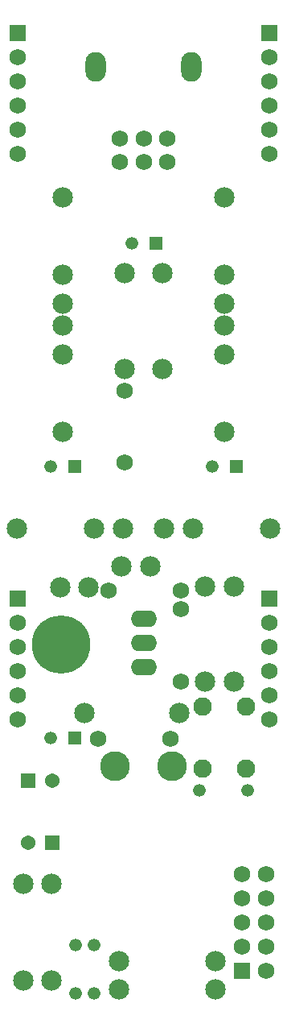
<source format=gbs>
G04 #@! TF.FileFunction,Soldermask,Bot*
%FSLAX46Y46*%
G04 Gerber Fmt 4.6, Leading zero omitted, Abs format (unit mm)*
G04 Created by KiCad (PCBNEW (2016-08-20 BZR 7083)-product) date Sun Feb  5 21:12:02 2017*
%MOMM*%
%LPD*%
G01*
G04 APERTURE LIST*
%ADD10C,0.100000*%
%ADD11C,6.140000*%
%ADD12C,1.340000*%
%ADD13R,1.340000X1.340000*%
%ADD14R,1.540000X1.540000*%
%ADD15C,1.540000*%
%ADD16C,2.140000*%
%ADD17O,2.140000X3.140000*%
%ADD18C,1.740000*%
%ADD19C,1.940000*%
%ADD20R,1.740000X1.740000*%
%ADD21O,2.740000X1.740000*%
%ADD22C,3.140000*%
G04 APERTURE END LIST*
D10*
D11*
X5800000Y37800000D03*
D12*
X4730000Y28000000D03*
D13*
X7270000Y28000000D03*
D14*
X4850000Y17000000D03*
D15*
X2350000Y17000000D03*
D14*
X2350000Y23500000D03*
D15*
X4850000Y23500000D03*
D12*
X9300000Y6240000D03*
X9300000Y1160000D03*
X7300000Y1160000D03*
X7300000Y6240000D03*
X25440000Y22500000D03*
X20360000Y22500000D03*
D16*
X4800000Y2520000D03*
X4800000Y12680000D03*
X1800000Y2520000D03*
X1800000Y12680000D03*
X18300000Y30600000D03*
X8300000Y30600000D03*
X21000000Y33900000D03*
X21000000Y43900000D03*
X24000000Y33900000D03*
X24000000Y43900000D03*
X16500000Y66800000D03*
X16500000Y76800000D03*
X12500000Y66800000D03*
X12500000Y76800000D03*
D17*
X19500000Y98500000D03*
X9500000Y98500000D03*
D18*
X17000000Y91000000D03*
X14500000Y91000000D03*
X12000000Y91000000D03*
X12000000Y88500000D03*
X14500000Y88500000D03*
X17000000Y88500000D03*
D19*
X25250000Y31250000D03*
X25250000Y24750000D03*
X20750000Y31250000D03*
X20750000Y24750000D03*
D18*
X17300000Y27900000D03*
X9700000Y27900000D03*
X10800000Y43500000D03*
X18400000Y43500000D03*
X18400000Y33900000D03*
X18400000Y41500000D03*
X12500000Y64500000D03*
X12500000Y56900000D03*
D12*
X4730000Y56500000D03*
D13*
X7270000Y56500000D03*
D12*
X21730000Y56500000D03*
D13*
X24270000Y56500000D03*
D12*
X13230000Y80000000D03*
D13*
X15770000Y80000000D03*
D18*
X24830000Y13680000D03*
X27370000Y13680000D03*
X27370000Y11140000D03*
D20*
X24830000Y3520000D03*
D18*
X27370000Y3520000D03*
X24830000Y6060000D03*
X27370000Y6060000D03*
X24830000Y8600000D03*
X27370000Y8600000D03*
X24830000Y11140000D03*
D21*
X14500000Y35460000D03*
X14500000Y40540000D03*
X14500000Y38000000D03*
D16*
X11920000Y4500000D03*
X22080000Y4500000D03*
X22080000Y1600000D03*
X11920000Y1600000D03*
D18*
X1250000Y89400000D03*
X1250000Y91940000D03*
X1250000Y94480000D03*
X1250000Y97020000D03*
D20*
X1250000Y102100000D03*
D18*
X1250000Y99560000D03*
X1250000Y29900000D03*
X1250000Y32440000D03*
X1250000Y34980000D03*
X1250000Y37520000D03*
D20*
X1250000Y42600000D03*
D18*
X1250000Y40060000D03*
X27750000Y29900000D03*
X27750000Y32440000D03*
X27750000Y34980000D03*
X27750000Y37520000D03*
D20*
X27750000Y42600000D03*
D18*
X27750000Y40060000D03*
X27750000Y89400000D03*
X27750000Y91940000D03*
X27750000Y94480000D03*
X27750000Y97020000D03*
D20*
X27750000Y102100000D03*
D18*
X27750000Y99560000D03*
D16*
X9302000Y50000000D03*
X1174000Y50000000D03*
X12350000Y50000000D03*
X19698000Y50000000D03*
X27826000Y50000000D03*
X16650000Y50000000D03*
X6000000Y76698000D03*
X6000000Y84826000D03*
X6000000Y73650000D03*
X6000000Y68302000D03*
X6000000Y60174000D03*
X6000000Y71350000D03*
X23000000Y68302000D03*
X23000000Y60174000D03*
X23000000Y71350000D03*
X23000000Y76698000D03*
X23000000Y84826000D03*
X23000000Y73650000D03*
D22*
X17500000Y25000000D03*
X11500000Y25000000D03*
D16*
X15200000Y46000000D03*
X12200000Y46000000D03*
X5700000Y43800000D03*
X8700000Y43800000D03*
M02*

</source>
